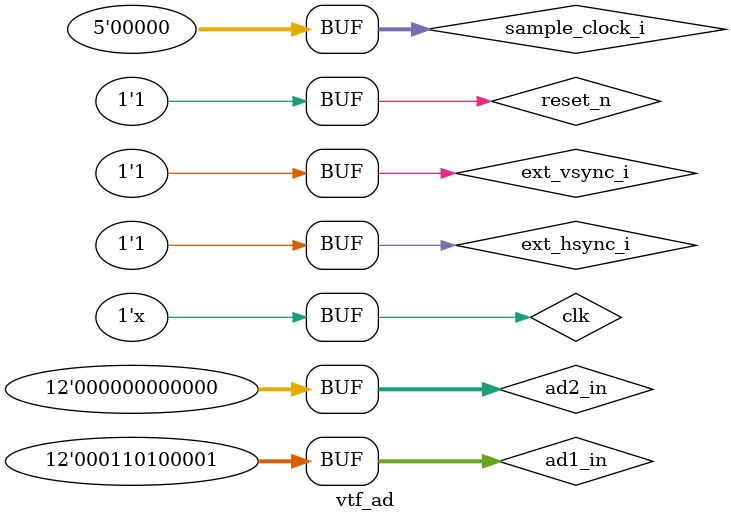
<source format=v>
`timescale 1ns / 1ps


module vtf_ad;

	// Inputs
	reg clk;
	reg reset_n;
	reg ext_hsync_i;
	reg ext_vsync_i;
	reg [4:0] sample_clock_i;
	reg [31:0]delay_count_i;
	reg [11:0] ad1_in;
	reg [11:0] ad2_in;

	// Outputs
	wire ad1_clk;
	wire ad2_clk;
	wire [11:0] ad_ch1;
	wire [11:0] ad_ch2;
	wire hs_o;
	wire vs_o;

	// Instantiate the Unit Under Test (UUT)
	ad uut (
		.clk(clk), 
		.reset_n(reset_n), 
		.ext_hsync_i(ext_hsync_i), 
		.ext_vsync_i(ext_vsync_i), 
		.sample_clock_i(sample_clock_i), 
		.ad1_in(ad1_in), 
		.ad1_clk(ad1_clk), 
		.ad2_in(ad2_in), 
		.ad2_clk(ad2_clk), 
		.ad_ch1(ad_ch1), 
		.ad_ch2(ad_ch2), 
		.hs_o(hs_o), 
		.vs_o(vs_o)
	);
    parameter hs_low_period = 700;
    parameter hs_high_period = 13500;
	initial begin
		// Initialize Inputs
		clk = 0;
		reset_n = 0;
		ext_hsync_i = 1;
		ext_vsync_i = 1;
		sample_clock_i = 0;
		ad1_in = 0;
		ad2_in = 0;
		//delay_count_i = 32'd100;
		// Wait 100 ns for global reset to finish
		#100;
		reset_n = 1;
		ad1_in= 12'h0ef;
		ext_vsync_i=0;
		#700;
		ext_vsync_i=1;
		#18500;
        repeat(178) begin
            ad1_in = ad1_in + 12'b1;
            #20;
            ext_hsync_i=0;
            #hs_low_period;
            ext_hsync_i=1;
            #hs_high_period;
        end
		ext_hsync_i=0;
		#hs_low_period;
		ext_hsync_i=1;
        #18500;
        ext_vsync_i=0;
		#700;
		ext_vsync_i=1;
		#18500;
        ext_hsync_i=0;
        #hs_low_period;
        ext_hsync_i=1;
        #hs_high_period;
		
		
		
		
        
		// Add stimulus here
		//#500000;
		//$stop;
	end
      always #10 clk=~clk;
endmodule


</source>
